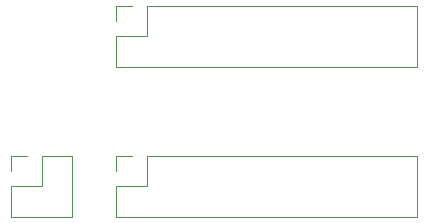
<source format=gbr>
%TF.GenerationSoftware,KiCad,Pcbnew,9.0.0-rc3-b7b28e555e~182~ubuntu24.04.1*%
%TF.CreationDate,2025-02-14T00:47:14-05:00*%
%TF.ProjectId,SharpBreakout,53686172-7042-4726-9561-6b6f75742e6b,rev?*%
%TF.SameCoordinates,Original*%
%TF.FileFunction,Legend,Bot*%
%TF.FilePolarity,Positive*%
%FSLAX46Y46*%
G04 Gerber Fmt 4.6, Leading zero omitted, Abs format (unit mm)*
G04 Created by KiCad (PCBNEW 9.0.0-rc3-b7b28e555e~182~ubuntu24.04.1) date 2025-02-14 00:47:14*
%MOMM*%
%LPD*%
G01*
G04 APERTURE LIST*
%ADD10C,0.120000*%
G04 APERTURE END LIST*
D10*
%TO.C,J3*%
X135825000Y-93915000D02*
X135825000Y-95245000D01*
X135825000Y-96515000D02*
X135825000Y-99115000D01*
X135825000Y-99115000D02*
X161345000Y-99115000D01*
X137155000Y-93915000D02*
X135825000Y-93915000D01*
X138425000Y-93915000D02*
X138425000Y-96515000D01*
X138425000Y-93915000D02*
X161345000Y-93915000D01*
X138425000Y-96515000D02*
X135825000Y-96515000D01*
X161345000Y-93915000D02*
X161345000Y-99115000D01*
%TO.C,J5*%
X135825000Y-106615000D02*
X135825000Y-107945000D01*
X135825000Y-109215000D02*
X135825000Y-111815000D01*
X135825000Y-111815000D02*
X161345000Y-111815000D01*
X137155000Y-106615000D02*
X135825000Y-106615000D01*
X138425000Y-106615000D02*
X138425000Y-109215000D01*
X138425000Y-106615000D02*
X161345000Y-106615000D01*
X138425000Y-109215000D02*
X135825000Y-109215000D01*
X161345000Y-106615000D02*
X161345000Y-111815000D01*
%TO.C,J4*%
X126935000Y-106615000D02*
X126935000Y-107945000D01*
X126935000Y-109215000D02*
X126935000Y-111815000D01*
X126935000Y-111815000D02*
X132135000Y-111815000D01*
X128265000Y-106615000D02*
X126935000Y-106615000D01*
X129535000Y-106615000D02*
X129535000Y-109215000D01*
X129535000Y-106615000D02*
X132135000Y-106615000D01*
X129535000Y-109215000D02*
X126935000Y-109215000D01*
X132135000Y-106615000D02*
X132135000Y-111815000D01*
%TD*%
M02*

</source>
